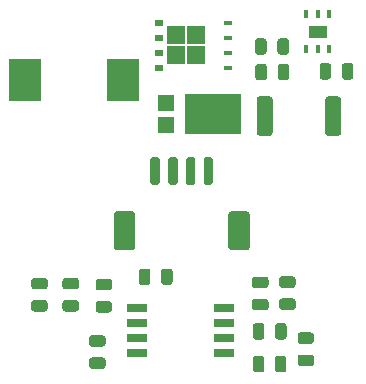
<source format=gbr>
%TF.GenerationSoftware,KiCad,Pcbnew,5.1.6+dfsg1-1*%
%TF.CreationDate,2020-11-19T10:40:28+01:00*%
%TF.ProjectId,buck_3a_v4,6275636b-5f33-4615-9f76-342e6b696361,rev?*%
%TF.SameCoordinates,Original*%
%TF.FileFunction,Paste,Top*%
%TF.FilePolarity,Positive*%
%FSLAX46Y46*%
G04 Gerber Fmt 4.6, Leading zero omitted, Abs format (unit mm)*
G04 Created by KiCad (PCBNEW 5.1.6+dfsg1-1) date 2020-11-19 10:40:28*
%MOMM*%
%LPD*%
G01*
G04 APERTURE LIST*
%ADD10C,0.010000*%
%ADD11R,1.400000X1.390000*%
%ADD12R,4.860000X3.360000*%
%ADD13R,2.700000X3.600000*%
%ADD14R,1.700000X0.650000*%
%ADD15R,0.420000X0.760000*%
%ADD16R,0.750000X0.500000*%
%ADD17R,1.500000X1.500000*%
%ADD18R,0.750000X0.400000*%
G04 APERTURE END LIST*
D10*
%TO.C,U1*%
G36*
X60770000Y-35870000D02*
G01*
X60770000Y-34930000D01*
X62230000Y-34930000D01*
X62230000Y-35870000D01*
X60770000Y-35870000D01*
G37*
X60770000Y-35870000D02*
X60770000Y-34930000D01*
X62230000Y-34930000D01*
X62230000Y-35870000D01*
X60770000Y-35870000D01*
%TD*%
D11*
%TO.C,D1*%
X48638000Y-43320000D03*
X48638000Y-41480000D03*
D12*
X52620000Y-42400000D03*
%TD*%
D13*
%TO.C,L1*%
X45000000Y-39500000D03*
X36700000Y-39500000D03*
%TD*%
%TO.C,C6*%
G36*
G01*
X43856250Y-57350000D02*
X42943750Y-57350000D01*
G75*
G02*
X42700000Y-57106250I0J243750D01*
G01*
X42700000Y-56618750D01*
G75*
G02*
X42943750Y-56375000I243750J0D01*
G01*
X43856250Y-56375000D01*
G75*
G02*
X44100000Y-56618750I0J-243750D01*
G01*
X44100000Y-57106250D01*
G75*
G02*
X43856250Y-57350000I-243750J0D01*
G01*
G37*
G36*
G01*
X43856250Y-59225000D02*
X42943750Y-59225000D01*
G75*
G02*
X42700000Y-58981250I0J243750D01*
G01*
X42700000Y-58493750D01*
G75*
G02*
X42943750Y-58250000I243750J0D01*
G01*
X43856250Y-58250000D01*
G75*
G02*
X44100000Y-58493750I0J-243750D01*
G01*
X44100000Y-58981250D01*
G75*
G02*
X43856250Y-59225000I-243750J0D01*
G01*
G37*
%TD*%
%TO.C,J3*%
G36*
G01*
X46050000Y-50900000D02*
X46050000Y-53700000D01*
G75*
G02*
X45800000Y-53950000I-250000J0D01*
G01*
X44500000Y-53950000D01*
G75*
G02*
X44250000Y-53700000I0J250000D01*
G01*
X44250000Y-50900000D01*
G75*
G02*
X44500000Y-50650000I250000J0D01*
G01*
X45800000Y-50650000D01*
G75*
G02*
X46050000Y-50900000I0J-250000D01*
G01*
G37*
G36*
G01*
X55750000Y-50900000D02*
X55750000Y-53700000D01*
G75*
G02*
X55500000Y-53950000I-250000J0D01*
G01*
X54200000Y-53950000D01*
G75*
G02*
X53950000Y-53700000I0J250000D01*
G01*
X53950000Y-50900000D01*
G75*
G02*
X54200000Y-50650000I250000J0D01*
G01*
X55500000Y-50650000D01*
G75*
G02*
X55750000Y-50900000I0J-250000D01*
G01*
G37*
G36*
G01*
X48150000Y-46250000D02*
X48150000Y-48250000D01*
G75*
G02*
X47950000Y-48450000I-200000J0D01*
G01*
X47550000Y-48450000D01*
G75*
G02*
X47350000Y-48250000I0J200000D01*
G01*
X47350000Y-46250000D01*
G75*
G02*
X47550000Y-46050000I200000J0D01*
G01*
X47950000Y-46050000D01*
G75*
G02*
X48150000Y-46250000I0J-200000D01*
G01*
G37*
G36*
G01*
X49650000Y-46250000D02*
X49650000Y-48250000D01*
G75*
G02*
X49450000Y-48450000I-200000J0D01*
G01*
X49050000Y-48450000D01*
G75*
G02*
X48850000Y-48250000I0J200000D01*
G01*
X48850000Y-46250000D01*
G75*
G02*
X49050000Y-46050000I200000J0D01*
G01*
X49450000Y-46050000D01*
G75*
G02*
X49650000Y-46250000I0J-200000D01*
G01*
G37*
G36*
G01*
X51150000Y-46250000D02*
X51150000Y-48250000D01*
G75*
G02*
X50950000Y-48450000I-200000J0D01*
G01*
X50550000Y-48450000D01*
G75*
G02*
X50350000Y-48250000I0J200000D01*
G01*
X50350000Y-46250000D01*
G75*
G02*
X50550000Y-46050000I200000J0D01*
G01*
X50950000Y-46050000D01*
G75*
G02*
X51150000Y-46250000I0J-200000D01*
G01*
G37*
G36*
G01*
X52650000Y-46250000D02*
X52650000Y-48250000D01*
G75*
G02*
X52450000Y-48450000I-200000J0D01*
G01*
X52050000Y-48450000D01*
G75*
G02*
X51850000Y-48250000I0J200000D01*
G01*
X51850000Y-46250000D01*
G75*
G02*
X52050000Y-46050000I200000J0D01*
G01*
X52450000Y-46050000D01*
G75*
G02*
X52650000Y-46250000I0J-200000D01*
G01*
G37*
%TD*%
D14*
%TO.C,U2*%
X53546000Y-58811000D03*
X53546000Y-60081000D03*
X53546000Y-61351000D03*
X53546000Y-62621000D03*
X46246000Y-62621000D03*
X46246000Y-61351000D03*
X46246000Y-60081000D03*
X46246000Y-58811000D03*
%TD*%
D15*
%TO.C,U1*%
X60550000Y-36885000D03*
X61500000Y-36885000D03*
X62450000Y-36885000D03*
X62450000Y-33915000D03*
X61500000Y-33915000D03*
X60550000Y-33915000D03*
%TD*%
%TO.C,R7*%
G36*
G01*
X48250000Y-56656250D02*
X48250000Y-55743750D01*
G75*
G02*
X48493750Y-55500000I243750J0D01*
G01*
X48981250Y-55500000D01*
G75*
G02*
X49225000Y-55743750I0J-243750D01*
G01*
X49225000Y-56656250D01*
G75*
G02*
X48981250Y-56900000I-243750J0D01*
G01*
X48493750Y-56900000D01*
G75*
G02*
X48250000Y-56656250I0J243750D01*
G01*
G37*
G36*
G01*
X46375000Y-56656250D02*
X46375000Y-55743750D01*
G75*
G02*
X46618750Y-55500000I243750J0D01*
G01*
X47106250Y-55500000D01*
G75*
G02*
X47350000Y-55743750I0J-243750D01*
G01*
X47350000Y-56656250D01*
G75*
G02*
X47106250Y-56900000I-243750J0D01*
G01*
X46618750Y-56900000D01*
G75*
G02*
X46375000Y-56656250I0J243750D01*
G01*
G37*
%TD*%
%TO.C,R6*%
G36*
G01*
X43302250Y-62128500D02*
X42389750Y-62128500D01*
G75*
G02*
X42146000Y-61884750I0J243750D01*
G01*
X42146000Y-61397250D01*
G75*
G02*
X42389750Y-61153500I243750J0D01*
G01*
X43302250Y-61153500D01*
G75*
G02*
X43546000Y-61397250I0J-243750D01*
G01*
X43546000Y-61884750D01*
G75*
G02*
X43302250Y-62128500I-243750J0D01*
G01*
G37*
G36*
G01*
X43302250Y-64003500D02*
X42389750Y-64003500D01*
G75*
G02*
X42146000Y-63759750I0J243750D01*
G01*
X42146000Y-63272250D01*
G75*
G02*
X42389750Y-63028500I243750J0D01*
G01*
X43302250Y-63028500D01*
G75*
G02*
X43546000Y-63272250I0J-243750D01*
G01*
X43546000Y-63759750D01*
G75*
G02*
X43302250Y-64003500I-243750J0D01*
G01*
G37*
%TD*%
%TO.C,R5*%
G36*
G01*
X60956250Y-61887500D02*
X60043750Y-61887500D01*
G75*
G02*
X59800000Y-61643750I0J243750D01*
G01*
X59800000Y-61156250D01*
G75*
G02*
X60043750Y-60912500I243750J0D01*
G01*
X60956250Y-60912500D01*
G75*
G02*
X61200000Y-61156250I0J-243750D01*
G01*
X61200000Y-61643750D01*
G75*
G02*
X60956250Y-61887500I-243750J0D01*
G01*
G37*
G36*
G01*
X60956250Y-63762500D02*
X60043750Y-63762500D01*
G75*
G02*
X59800000Y-63518750I0J243750D01*
G01*
X59800000Y-63031250D01*
G75*
G02*
X60043750Y-62787500I243750J0D01*
G01*
X60956250Y-62787500D01*
G75*
G02*
X61200000Y-63031250I0J-243750D01*
G01*
X61200000Y-63518750D01*
G75*
G02*
X60956250Y-63762500I-243750J0D01*
G01*
G37*
%TD*%
%TO.C,R4*%
G36*
G01*
X38402250Y-57266000D02*
X37489750Y-57266000D01*
G75*
G02*
X37246000Y-57022250I0J243750D01*
G01*
X37246000Y-56534750D01*
G75*
G02*
X37489750Y-56291000I243750J0D01*
G01*
X38402250Y-56291000D01*
G75*
G02*
X38646000Y-56534750I0J-243750D01*
G01*
X38646000Y-57022250D01*
G75*
G02*
X38402250Y-57266000I-243750J0D01*
G01*
G37*
G36*
G01*
X38402250Y-59141000D02*
X37489750Y-59141000D01*
G75*
G02*
X37246000Y-58897250I0J243750D01*
G01*
X37246000Y-58409750D01*
G75*
G02*
X37489750Y-58166000I243750J0D01*
G01*
X38402250Y-58166000D01*
G75*
G02*
X38646000Y-58409750I0J-243750D01*
G01*
X38646000Y-58897250D01*
G75*
G02*
X38402250Y-59141000I-243750J0D01*
G01*
G37*
%TD*%
%TO.C,R3*%
G36*
G01*
X40139750Y-58166000D02*
X41052250Y-58166000D01*
G75*
G02*
X41296000Y-58409750I0J-243750D01*
G01*
X41296000Y-58897250D01*
G75*
G02*
X41052250Y-59141000I-243750J0D01*
G01*
X40139750Y-59141000D01*
G75*
G02*
X39896000Y-58897250I0J243750D01*
G01*
X39896000Y-58409750D01*
G75*
G02*
X40139750Y-58166000I243750J0D01*
G01*
G37*
G36*
G01*
X40139750Y-56291000D02*
X41052250Y-56291000D01*
G75*
G02*
X41296000Y-56534750I0J-243750D01*
G01*
X41296000Y-57022250D01*
G75*
G02*
X41052250Y-57266000I-243750J0D01*
G01*
X40139750Y-57266000D01*
G75*
G02*
X39896000Y-57022250I0J243750D01*
G01*
X39896000Y-56534750D01*
G75*
G02*
X40139750Y-56291000I243750J0D01*
G01*
G37*
%TD*%
%TO.C,R2*%
G36*
G01*
X56996000Y-60359750D02*
X56996000Y-61272250D01*
G75*
G02*
X56752250Y-61516000I-243750J0D01*
G01*
X56264750Y-61516000D01*
G75*
G02*
X56021000Y-61272250I0J243750D01*
G01*
X56021000Y-60359750D01*
G75*
G02*
X56264750Y-60116000I243750J0D01*
G01*
X56752250Y-60116000D01*
G75*
G02*
X56996000Y-60359750I0J-243750D01*
G01*
G37*
G36*
G01*
X58871000Y-60359750D02*
X58871000Y-61272250D01*
G75*
G02*
X58627250Y-61516000I-243750J0D01*
G01*
X58139750Y-61516000D01*
G75*
G02*
X57896000Y-61272250I0J243750D01*
G01*
X57896000Y-60359750D01*
G75*
G02*
X58139750Y-60116000I243750J0D01*
G01*
X58627250Y-60116000D01*
G75*
G02*
X58871000Y-60359750I0J-243750D01*
G01*
G37*
%TD*%
%TO.C,R1*%
G36*
G01*
X57695000Y-41174999D02*
X57695000Y-44025001D01*
G75*
G02*
X57445001Y-44275000I-249999J0D01*
G01*
X56594999Y-44275000D01*
G75*
G02*
X56345000Y-44025001I0J249999D01*
G01*
X56345000Y-41174999D01*
G75*
G02*
X56594999Y-40925000I249999J0D01*
G01*
X57445001Y-40925000D01*
G75*
G02*
X57695000Y-41174999I0J-249999D01*
G01*
G37*
G36*
G01*
X63495000Y-41174999D02*
X63495000Y-44025001D01*
G75*
G02*
X63245001Y-44275000I-249999J0D01*
G01*
X62394999Y-44275000D01*
G75*
G02*
X62145000Y-44025001I0J249999D01*
G01*
X62145000Y-41174999D01*
G75*
G02*
X62394999Y-40925000I249999J0D01*
G01*
X63245001Y-40925000D01*
G75*
G02*
X63495000Y-41174999I0J-249999D01*
G01*
G37*
%TD*%
D16*
%TO.C,Q1*%
X48095000Y-34671000D03*
X48095000Y-35941000D03*
X48095000Y-37211000D03*
X48095000Y-38481000D03*
D17*
X51200000Y-35726000D03*
X51200000Y-37426000D03*
X49500000Y-35726000D03*
X49500000Y-37426000D03*
D18*
X53900000Y-34671000D03*
X53900000Y-35941000D03*
X53900000Y-37211000D03*
X53900000Y-38481000D03*
%TD*%
%TO.C,D2*%
G36*
G01*
X57887500Y-64056250D02*
X57887500Y-63143750D01*
G75*
G02*
X58131250Y-62900000I243750J0D01*
G01*
X58618750Y-62900000D01*
G75*
G02*
X58862500Y-63143750I0J-243750D01*
G01*
X58862500Y-64056250D01*
G75*
G02*
X58618750Y-64300000I-243750J0D01*
G01*
X58131250Y-64300000D01*
G75*
G02*
X57887500Y-64056250I0J243750D01*
G01*
G37*
G36*
G01*
X56012500Y-64056250D02*
X56012500Y-63143750D01*
G75*
G02*
X56256250Y-62900000I243750J0D01*
G01*
X56743750Y-62900000D01*
G75*
G02*
X56987500Y-63143750I0J-243750D01*
G01*
X56987500Y-64056250D01*
G75*
G02*
X56743750Y-64300000I-243750J0D01*
G01*
X56256250Y-64300000D01*
G75*
G02*
X56012500Y-64056250I0J243750D01*
G01*
G37*
%TD*%
%TO.C,C5*%
G36*
G01*
X59402250Y-57128500D02*
X58489750Y-57128500D01*
G75*
G02*
X58246000Y-56884750I0J243750D01*
G01*
X58246000Y-56397250D01*
G75*
G02*
X58489750Y-56153500I243750J0D01*
G01*
X59402250Y-56153500D01*
G75*
G02*
X59646000Y-56397250I0J-243750D01*
G01*
X59646000Y-56884750D01*
G75*
G02*
X59402250Y-57128500I-243750J0D01*
G01*
G37*
G36*
G01*
X59402250Y-59003500D02*
X58489750Y-59003500D01*
G75*
G02*
X58246000Y-58759750I0J243750D01*
G01*
X58246000Y-58272250D01*
G75*
G02*
X58489750Y-58028500I243750J0D01*
G01*
X59402250Y-58028500D01*
G75*
G02*
X59646000Y-58272250I0J-243750D01*
G01*
X59646000Y-58759750D01*
G75*
G02*
X59402250Y-59003500I-243750J0D01*
G01*
G37*
%TD*%
%TO.C,C4*%
G36*
G01*
X57102250Y-57166000D02*
X56189750Y-57166000D01*
G75*
G02*
X55946000Y-56922250I0J243750D01*
G01*
X55946000Y-56434750D01*
G75*
G02*
X56189750Y-56191000I243750J0D01*
G01*
X57102250Y-56191000D01*
G75*
G02*
X57346000Y-56434750I0J-243750D01*
G01*
X57346000Y-56922250D01*
G75*
G02*
X57102250Y-57166000I-243750J0D01*
G01*
G37*
G36*
G01*
X57102250Y-59041000D02*
X56189750Y-59041000D01*
G75*
G02*
X55946000Y-58797250I0J243750D01*
G01*
X55946000Y-58309750D01*
G75*
G02*
X56189750Y-58066000I243750J0D01*
G01*
X57102250Y-58066000D01*
G75*
G02*
X57346000Y-58309750I0J-243750D01*
G01*
X57346000Y-58797250D01*
G75*
G02*
X57102250Y-59041000I-243750J0D01*
G01*
G37*
%TD*%
%TO.C,C3*%
G36*
G01*
X62650000Y-38343750D02*
X62650000Y-39256250D01*
G75*
G02*
X62406250Y-39500000I-243750J0D01*
G01*
X61918750Y-39500000D01*
G75*
G02*
X61675000Y-39256250I0J243750D01*
G01*
X61675000Y-38343750D01*
G75*
G02*
X61918750Y-38100000I243750J0D01*
G01*
X62406250Y-38100000D01*
G75*
G02*
X62650000Y-38343750I0J-243750D01*
G01*
G37*
G36*
G01*
X64525000Y-38343750D02*
X64525000Y-39256250D01*
G75*
G02*
X64281250Y-39500000I-243750J0D01*
G01*
X63793750Y-39500000D01*
G75*
G02*
X63550000Y-39256250I0J243750D01*
G01*
X63550000Y-38343750D01*
G75*
G02*
X63793750Y-38100000I243750J0D01*
G01*
X64281250Y-38100000D01*
G75*
G02*
X64525000Y-38343750I0J-243750D01*
G01*
G37*
%TD*%
%TO.C,C2*%
G36*
G01*
X57187500Y-36243750D02*
X57187500Y-37156250D01*
G75*
G02*
X56943750Y-37400000I-243750J0D01*
G01*
X56456250Y-37400000D01*
G75*
G02*
X56212500Y-37156250I0J243750D01*
G01*
X56212500Y-36243750D01*
G75*
G02*
X56456250Y-36000000I243750J0D01*
G01*
X56943750Y-36000000D01*
G75*
G02*
X57187500Y-36243750I0J-243750D01*
G01*
G37*
G36*
G01*
X59062500Y-36243750D02*
X59062500Y-37156250D01*
G75*
G02*
X58818750Y-37400000I-243750J0D01*
G01*
X58331250Y-37400000D01*
G75*
G02*
X58087500Y-37156250I0J243750D01*
G01*
X58087500Y-36243750D01*
G75*
G02*
X58331250Y-36000000I243750J0D01*
G01*
X58818750Y-36000000D01*
G75*
G02*
X59062500Y-36243750I0J-243750D01*
G01*
G37*
%TD*%
%TO.C,C1*%
G36*
G01*
X57212500Y-38405750D02*
X57212500Y-39318250D01*
G75*
G02*
X56968750Y-39562000I-243750J0D01*
G01*
X56481250Y-39562000D01*
G75*
G02*
X56237500Y-39318250I0J243750D01*
G01*
X56237500Y-38405750D01*
G75*
G02*
X56481250Y-38162000I243750J0D01*
G01*
X56968750Y-38162000D01*
G75*
G02*
X57212500Y-38405750I0J-243750D01*
G01*
G37*
G36*
G01*
X59087500Y-38405750D02*
X59087500Y-39318250D01*
G75*
G02*
X58843750Y-39562000I-243750J0D01*
G01*
X58356250Y-39562000D01*
G75*
G02*
X58112500Y-39318250I0J243750D01*
G01*
X58112500Y-38405750D01*
G75*
G02*
X58356250Y-38162000I243750J0D01*
G01*
X58843750Y-38162000D01*
G75*
G02*
X59087500Y-38405750I0J-243750D01*
G01*
G37*
%TD*%
M02*

</source>
